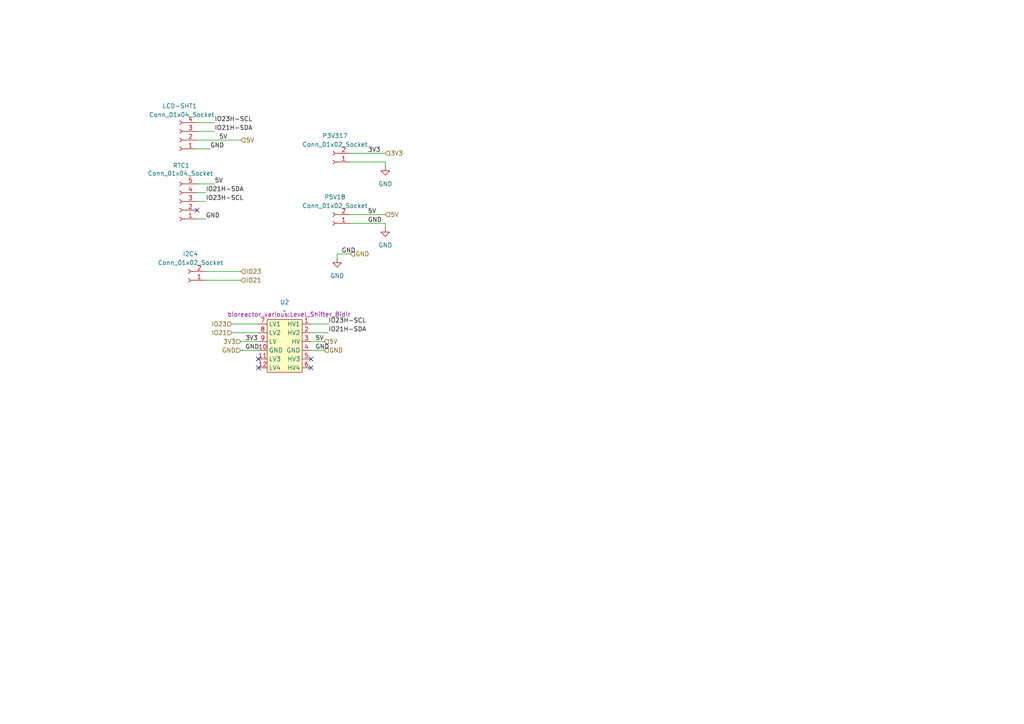
<source format=kicad_sch>
(kicad_sch (version 20250114) (generator "eeschema") (generator_version "9.0")
  (paper "A4")
  (lib_symbols
    (symbol "Conn_01x04_Socket_1" (pin_names (offset 1.016) (hide yes))
      (property "Reference" "J" (at 0 5.08 0))
      (property "Value" "Conn_01x04_Socket" (at 0 -7.62 0))
      (symbol "Conn_01x04_Socket_1_1_1"
        (polyline (pts (xy -1.27 2.54) (xy -0.508 2.54)) (stroke (width 0.1524)))
        (polyline (pts (xy -1.27 0) (xy -0.508 0)) (stroke (width 0.1524)))
        (polyline (pts (xy -1.27 -2.54) (xy -0.508 -2.54)) (stroke (width 0.1524)))
        (polyline (pts (xy -1.27 -5.08) (xy -0.508 -5.08)) (stroke (width 0.1524)))
        (arc (start 0 2.032) (mid -0.5058 2.54) (end 0 3.048) (stroke (width 0.1524)))
        (arc (start 0 -0.508) (mid -0.5058 0) (end 0 0.508) (stroke (width 0.1524)))
        (arc (start 0 -3.048) (mid -0.5058 -2.54) (end 0 -2.032) (stroke (width 0.1524)))
        (arc (start 0 -5.588) (mid -0.5058 -5.08) (end 0 -4.572) (stroke (width 0.1524)))
        (pin passive line (at -5.08 2.54 0) (length 3.81) (name "Pin_1") (number "1"))
        (pin passive line (at -5.08 0 0) (length 3.81) (name "Pin_2") (number "2"))
        (pin passive line (at -5.08 -2.54 0) (length 3.81) (name "Pin_3") (number "3"))
        (pin passive line (at -5.08 -5.08 0) (length 3.81) (name "Pin_4") (number "4"))
      )
    )
    (symbol "Connector:Conn_01x02_Socket" (pin_names (offset 1.016) (hide yes))
      (property "Reference" "J" (at 0 2.54 0))
      (property "Value" "Conn_01x02_Socket" (at 0 -5.08 0))
      (symbol "Conn_01x02_Socket_1_1"
        (polyline (pts (xy -1.27 0) (xy -0.508 0)) (stroke (width 0.1524)))
        (polyline (pts (xy -1.27 -2.54) (xy -0.508 -2.54)) (stroke (width 0.1524)))
        (arc (start 0 -0.508) (mid -0.5058 0) (end 0 0.508) (stroke (width 0.1524)))
        (arc (start 0 -3.048) (mid -0.5058 -2.54) (end 0 -2.032) (stroke (width 0.1524)))
        (pin passive line (at -5.08 0 0) (length 3.81) (name "Pin_1") (number "1"))
        (pin passive line (at -5.08 -2.54 0) (length 3.81) (name "Pin_2") (number "2"))
      )
    )
    (symbol "Connector:Conn_01x04_Socket" (pin_names (offset 1.016) (hide yes))
      (property "Reference" "RTC1" (at 0.762 -18.542 0))
      (property "Value" "Conn_01x04_Socket" (at 0.762 -16.002 0))
      (symbol "Conn_01x04_Socket_1_1"
        (polyline (pts (xy -1.27 2.54) (xy -0.508 2.54)) (stroke (width 0.1524)))
        (polyline (pts (xy -1.27 0) (xy -0.508 0)) (stroke (width 0.1524)))
        (polyline (pts (xy -1.27 -2.54) (xy -0.508 -2.54)) (stroke (width 0.1524)))
        (polyline (pts (xy -1.27 -5.08) (xy -0.508 -5.08)) (stroke (width 0.1524)))
        (polyline (pts (xy -1.27 -7.62) (xy -0.508 -7.62)) (stroke (width 0.1524)))
        (arc (start 0 2.032) (mid -0.5058 2.54) (end 0 3.048) (stroke (width 0.1524)))
        (arc (start 0 -0.508) (mid -0.5058 0) (end 0 0.508) (stroke (width 0.1524)))
        (arc (start 0 -3.048) (mid -0.5058 -2.54) (end 0 -2.032) (stroke (width 0.1524)))
        (arc (start 0 -5.588) (mid -0.5058 -5.08) (end 0 -4.572) (stroke (width 0.1524)))
        (arc (start 0 -8.128) (mid -0.5058 -7.62) (end 0 -7.112) (stroke (width 0.1524)))
        (pin passive line (at -5.08 2.54 0) (length 3.81) (name "Pin_1") (number "1"))
        (pin passive line (at -5.08 0 0) (length 3.81) (name "Pin_2") (number "2"))
        (pin passive line (at -5.08 -2.54 0) (length 3.81) (name "Pin_3") (number "3"))
        (pin passive line (at -5.08 -5.08 0) (length 3.81) (name "Pin_4") (number "4"))
        (pin passive line (at -5.08 -7.62 0) (length 3.81) (name "Pin_5") (number "5"))
      )
    )
    (symbol "Shifter:Shifter4Chanels"
      (property "Reference" "U2" (at -12.7 5.08 0))
      (property "Value" "~" (at -12.7 2.54 0))
      (property "Footprint" "Shifter4ch:Shifter4ch" (at -11.43 1.524 0))
      (symbol "Shifter4Chanels_1_1"
        (rectangle (start -17.78 0) (end -7.62 -15.24) (fill (type background)))
        (pin bidirectional line (at -20.32 -1.27 0) (length 2.54) (name "LV1") (number "7"))
        (pin bidirectional line (at -20.32 -3.81 0) (length 2.54) (name "LV2") (number "8"))
        (pin input line (at -20.32 -6.35 0) (length 2.54) (name "LV") (number "9"))
        (pin input line (at -20.32 -8.89 0) (length 2.54) (name "GND") (number "10"))
        (pin bidirectional line (at -20.32 -11.43 0) (length 2.54) (name "LV3") (number "11"))
        (pin bidirectional line (at -20.32 -13.97 0) (length 2.54) (name "LV4") (number "12"))
        (pin bidirectional line (at -5.08 -1.27 180) (length 2.54) (name "HV1") (number "1"))
        (pin bidirectional line (at -5.08 -3.81 180) (length 2.54) (name "HV2") (number "2"))
        (pin input line (at -5.08 -6.35 180) (length 2.54) (name "HV") (number "3"))
        (pin input line (at -5.08 -8.89 180) (length 2.54) (name "GND") (number "4"))
        (pin bidirectional line (at -5.08 -11.43 180) (length 2.54) (name "HV3") (number "5"))
        (pin bidirectional line (at -5.08 -13.97 180) (length 2.54) (name "HV4") (number "6"))
      )
    )
    (symbol "power:GND" (power) (pin_numbers (hide yes)) (pin_names (offset 0) (hide yes))
      (property "Value" "GND" (at 0 -3.81 0))
      (symbol "GND_0_1"
        (polyline (pts (xy 0 0) (xy 0 -1.27) (xy 1.27 -1.27) (xy 0 -2.54) (xy -1.27 -1.27) (xy 0 -1.27)))
      )
      (symbol "GND_1_1"
        (pin power_in line (at 0 0 270) (length 0) (name "~") (number "1"))
      )
    )
  )
  (no_connect (at 74.93 104.14))
  (no_connect (at 90.17 104.14))
  (no_connect (at 74.93 106.68))
  (no_connect (at 90.17 106.68))
  (no_connect (at 57.15 60.96))
  (wire (pts (xy 67.31 96.52) (xy 74.93 96.52)))
  (wire (pts (xy 111.76 46.99) (xy 111.76 48.26)))
  (wire (pts (xy 57.15 43.18) (xy 60.96 43.18)))
  (wire (pts (xy 57.15 35.56) (xy 62.23 35.56)))
  (wire (pts (xy 97.79 73.66) (xy 97.79 74.93)))
  (wire (pts (xy 101.6 44.45) (xy 111.76 44.45)))
  (wire (pts (xy 111.76 64.77) (xy 111.76 66.04)))
  (wire (pts (xy 90.17 101.6) (xy 93.98 101.6)))
  (wire (pts (xy 69.85 99.06) (xy 74.93 99.06)))
  (wire (pts (xy 90.17 93.98) (xy 95.25 93.98)))
  (wire (pts (xy 57.15 55.88) (xy 59.69 55.88)))
  (wire (pts (xy 57.15 53.34) (xy 62.23 53.34)))
  (wire (pts (xy 57.15 40.64) (xy 69.85 40.64)))
  (wire (pts (xy 90.17 99.06) (xy 93.98 99.06)))
  (wire (pts (xy 101.6 46.99) (xy 111.76 46.99)))
  (wire (pts (xy 101.6 64.77) (xy 111.76 64.77)))
  (wire (pts (xy 67.31 93.98) (xy 74.93 93.98)))
  (wire (pts (xy 101.6 73.66) (xy 97.79 73.66)))
  (wire (pts (xy 101.6 62.23) (xy 111.76 62.23)))
  (wire (pts (xy 59.69 81.28) (xy 69.85 81.28)))
  (wire (pts (xy 59.69 78.74) (xy 69.85 78.74)))
  (wire (pts (xy 57.15 63.5) (xy 59.69 63.5)))
  (wire (pts (xy 57.15 58.42) (xy 59.69 58.42)))
  (wire (pts (xy 57.15 38.1) (xy 62.23 38.1)))
  (wire (pts (xy 90.17 96.52) (xy 95.25 96.52)))
  (wire (pts (xy 69.85 101.6) (xy 74.93 101.6)))
  (label "3V3" (at 106.68 44.45 0))
  (label "5V" (at 91.44 99.06 0))
  (label "IO23H-SCL" (at 62.23 35.56 0))
  (label "GND" (at 106.68 64.77 0))
  (label "GND" (at 91.44 101.6 0))
  (label "5V" (at 63.5 40.64 0))
  (label "IO21H-SDA" (at 95.25 96.52 0))
  (label "IO23H-SCL" (at 95.25 93.98 0))
  (label "IO21H-SDA" (at 62.23 38.1 0))
  (label "3V3" (at 71.12 99.06 0))
  (label "5V" (at 62.23 53.34 0))
  (label "GND" (at 59.69 63.5 0))
  (label "IO23H-SCL" (at 59.69 58.42 0))
  (label "GND" (at 99.06 73.66 0))
  (label "IO21H-SDA" (at 59.69 55.88 0))
  (label "GND" (at 60.96 43.18 0))
  (label "5V" (at 106.68 62.23 0))
  (label "GND" (at 71.12 101.6 0))
  (hierarchical_label "GND" (shape input) (at 69.85 101.6 180))
  (hierarchical_label "3V3" (shape input) (at 111.76 44.45 0))
  (hierarchical_label "5V" (shape input) (at 69.85 40.64 0))
  (hierarchical_label "IO23" (shape input) (at 69.85 78.74 0))
  (hierarchical_label "GND" (shape input) (at 101.6 73.66 0))
  (hierarchical_label "IO23" (shape input) (at 67.31 93.98 180))
  (hierarchical_label "IO21" (shape input) (at 69.85 81.28 0))
  (hierarchical_label "IO21" (shape input) (at 67.31 96.52 180))
  (hierarchical_label "GND" (shape input) (at 93.98 101.6 0))
  (hierarchical_label "3V3" (shape input) (at 69.85 99.06 180))
  (hierarchical_label "5V" (shape input) (at 93.98 99.06 0))
  (hierarchical_label "5V" (shape input) (at 111.76 62.23 0))
  (symbol (lib_id "power:GND") (at 111.76 66.04 0) (unit 1)
    (property "Reference" "#PWR016" (effects (hide yes)))
    (property "Value" "GND" (at 111.76 71.12 0))
    (property "Description" "Power symbol creates a global label with name \"GND\" , ground" (effects (hide yes)))
  )
  (symbol (lib_id "power:GND") (at 111.76 48.26 0) (unit 1)
    (property "Reference" "#PWR015" (effects (hide yes)))
    (property "Value" "GND" (at 111.76 53.34 0))
    (property "Description" "Power symbol creates a global label with name \"GND\" , ground" (effects (hide yes)))
  )
  (symbol (lib_id "power:GND") (at 97.79 74.93 0) (unit 1)
    (property "Reference" "#PWR017" (effects (hide yes)))
    (property "Value" "GND" (at 97.79 80.01 0))
    (property "Description" "Power symbol creates a global label with name \"GND\" , ground" (effects (hide yes)))
  )
  (symbol (lib_id "Connector:Conn_01x02_Socket") (at 54.61 81.28 180) (unit 1)
    (property "Reference" "I2C4" (at 55.245 73.66 0))
    (property "Value" "Conn_01x02_Socket" (at 55.245 76.2 0))
    (property "Footprint" "TerminalBlock_Phoenix:TerminalBlock_Phoenix_MKDS-1,5-2_1x02_P5.00mm_Horizontal" (effects (hide yes)))
    (property "Description" "Generic connector, single row, 01x02, script generated" (effects (hide yes)))
  )
  (symbol (lib_id "Shifter:Shifter4Chanels") (at 95.25 92.71 0) (unit 1)
    (property "Reference" "U2" (at 82.55 87.63 0))
    (property "Value" "~" (at 82.55 90.17 0))
    (property "Footprint" "bioreactor_various:Level_Shifter_Bidir" (at 83.82 91.186 0))
  )
  (symbol (lib_name "Conn_01x04_Socket_1") (lib_id "Connector:Conn_01x04_Socket") (at 52.07 40.64 180) (unit 1)
    (property "Reference" "LCD-SHT1" (at 57.15 30.734 0) (effects (justify left)))
    (property "Value" "Conn_01x04_Socket" (at 62.23 33.274 0) (effects (justify left)))
    (property "Footprint" "Connector_PinHeader_2.54mm:PinHeader_1x04_P2.54mm_Vertical" (effects (hide yes)))
    (property "Description" "Generic connector, single row, 01x04, script generated" (effects (hide yes)))
  )
  (symbol (lib_id "Connector:Conn_01x02_Socket") (at 96.52 64.77 180) (unit 1)
    (property "Reference" "P5V18" (at 97.155 57.15 0))
    (property "Value" "Conn_01x02_Socket" (at 97.155 59.69 0))
    (property "Footprint" "TerminalBlock_Phoenix:TerminalBlock_Phoenix_MKDS-1,5-2_1x02_P5.00mm_Horizontal" (effects (hide yes)))
    (property "Description" "Generic connector, single row, 01x02, script generated" (effects (hide yes)))
  )
  (symbol (lib_id "Connector:Conn_01x02_Socket") (at 96.52 46.99 180) (unit 1)
    (property "Reference" "P3V317" (at 97.155 39.37 0))
    (property "Value" "Conn_01x02_Socket" (at 97.155 41.91 0))
    (property "Footprint" "TerminalBlock_Phoenix:TerminalBlock_Phoenix_MKDS-1,5-2_1x02_P5.00mm_Horizontal" (effects (hide yes)))
    (property "Description" "Generic connector, single row, 01x02, script generated" (effects (hide yes)))
  )
  (symbol (lib_id "Connector:Conn_01x04_Socket") (at 52.07 60.96 180) (unit 1)
    (property "Reference" "RTC1" (at 52.578 48.006 0))
    (property "Value" "Conn_01x04_Socket" (at 52.324 50.292 0))
    (property "Footprint" "Connector_PinHeader_2.54mm:PinHeader_1x05_P2.54mm_Vertical" (effects (hide yes)))
    (property "Description" "Generic connector, single row, 01x04, script generated" (effects (hide yes)))
  )
)
</source>
